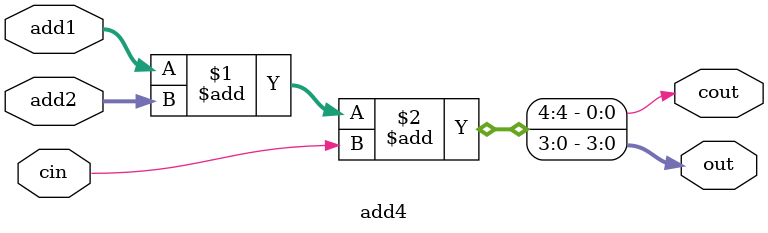
<source format=v>
module add4(add1,add2,cin,out,cout);
input [3:0]add1,add2;
input cin;
output [3:0]out;
output cout;

assign {cout,out}=add1+add2+cin;

endmodule



</source>
